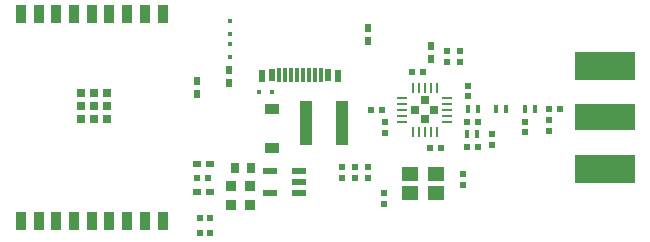
<source format=gtp>
G04 #@! TF.GenerationSoftware,KiCad,Pcbnew,7.0.6-7.0.6~ubuntu23.04.1*
G04 #@! TF.CreationDate,2023-07-23T13:36:01+02:00*
G04 #@! TF.ProjectId,CoralWave,436f7261-6c57-4617-9665-2e6b69636164,rev?*
G04 #@! TF.SameCoordinates,Original*
G04 #@! TF.FileFunction,Paste,Top*
G04 #@! TF.FilePolarity,Positive*
%FSLAX46Y46*%
G04 Gerber Fmt 4.6, Leading zero omitted, Abs format (unit mm)*
G04 Created by KiCad (PCBNEW 7.0.6-7.0.6~ubuntu23.04.1) date 2023-07-23 13:36:01*
%MOMM*%
%LPD*%
G01*
G04 APERTURE LIST*
%ADD10R,1.100000X3.700000*%
%ADD11R,0.600000X1.030000*%
%ADD12R,0.600000X1.080000*%
%ADD13R,0.300000X1.150000*%
%ADD14R,0.947699X0.254800*%
%ADD15R,0.254800X0.947699*%
%ADD16R,0.650000X0.720000*%
%ADD17R,0.720000X0.650000*%
%ADD18R,0.900000X1.500000*%
%ADD19R,0.700000X0.700000*%
%ADD20R,5.080000X2.290000*%
%ADD21R,5.080000X2.415000*%
%ADD22R,0.600000X0.750000*%
%ADD23R,1.400000X1.200000*%
%ADD24R,0.600000X0.620000*%
%ADD25R,0.620000X0.600000*%
%ADD26R,0.900000X0.950000*%
%ADD27R,0.750000X0.600000*%
%ADD28R,0.750000X0.940000*%
%ADD29R,0.350000X0.650000*%
%ADD30R,1.219200X0.914400*%
%ADD31R,0.430000X0.320000*%
%ADD32R,0.320000X0.430000*%
%ADD33R,0.600000X0.700000*%
%ADD34R,1.200000X0.600000*%
G04 APERTURE END LIST*
D10*
X123790000Y-59520000D03*
X126790000Y-59520000D03*
D11*
X126470000Y-55515000D03*
D12*
X125670000Y-55490000D03*
D13*
X124520000Y-55455000D03*
X123520000Y-55455000D03*
X123020000Y-55455000D03*
X122020000Y-55455000D03*
D11*
X120070000Y-55515000D03*
D12*
X120870000Y-55490000D03*
D13*
X121520000Y-55455000D03*
X122520000Y-55455000D03*
X124020000Y-55455000D03*
X125020000Y-55455000D03*
D14*
X131936350Y-57419999D03*
X131936350Y-57920001D03*
X131936350Y-58420000D03*
X131936350Y-58919999D03*
X131936350Y-59420001D03*
D15*
X132832599Y-60316250D03*
X133332601Y-60316250D03*
X133832600Y-60316250D03*
X134332599Y-60316250D03*
X134832601Y-60316250D03*
D14*
X135728850Y-59420001D03*
X135728850Y-58919999D03*
X135728850Y-58420000D03*
X135728850Y-57920001D03*
X135728850Y-57419999D03*
D15*
X134832601Y-56523750D03*
X134332599Y-56523750D03*
X133832600Y-56523750D03*
X133332601Y-56523750D03*
X132832599Y-56523750D03*
D16*
X133027600Y-58420000D03*
D17*
X133832600Y-57615000D03*
X133832600Y-59225000D03*
D16*
X134637600Y-58420000D03*
D18*
X99630000Y-67800000D03*
X101130000Y-67800000D03*
X102630000Y-67800000D03*
X104130000Y-67800000D03*
X105630000Y-67800000D03*
X107130000Y-67800000D03*
X108630000Y-67800000D03*
X110130000Y-67800000D03*
X111630000Y-67800000D03*
X111630000Y-50300000D03*
X110130000Y-50300000D03*
X108630000Y-50300000D03*
X107130000Y-50300000D03*
X105630000Y-50300000D03*
X104130000Y-50300000D03*
X102630000Y-50300000D03*
X101130000Y-50300000D03*
X99630000Y-50300000D03*
D19*
X105830000Y-58090000D03*
X105830000Y-56990000D03*
X104730000Y-56990000D03*
X104730000Y-58090000D03*
X104730000Y-59190000D03*
X105830000Y-59190000D03*
X106930000Y-59190000D03*
X106930000Y-58090000D03*
X106930000Y-56990000D03*
D20*
X149100000Y-59050000D03*
D21*
X149100000Y-54667500D03*
X149100000Y-63432500D03*
D22*
X114570000Y-56000000D03*
X114570000Y-57100000D03*
D23*
X132600000Y-65460000D03*
X134800000Y-65460000D03*
X134800000Y-63860000D03*
X132600000Y-63860000D03*
D24*
X115690000Y-67600000D03*
X114770000Y-67600000D03*
D25*
X130340000Y-65460000D03*
X130340000Y-66380000D03*
D24*
X144390000Y-58340000D03*
X145310000Y-58340000D03*
D26*
X117400000Y-64830000D03*
X119000000Y-64830000D03*
D25*
X129010000Y-64140000D03*
X129010000Y-63220000D03*
X139530000Y-61380000D03*
X139530000Y-60460000D03*
X135730000Y-53430000D03*
X135730000Y-54350000D03*
D27*
X114530000Y-63000000D03*
X115630000Y-63000000D03*
D28*
X119150000Y-63340000D03*
X117750000Y-63340000D03*
D26*
X119000000Y-66440000D03*
X117400000Y-66440000D03*
D25*
X130500000Y-59420000D03*
X130500000Y-60340000D03*
D29*
X142285000Y-58340000D03*
X143135000Y-58340000D03*
D25*
X127910000Y-64140000D03*
X127910000Y-63220000D03*
D30*
X120860000Y-61638300D03*
X120860000Y-58361700D03*
D27*
X114530000Y-65400000D03*
X115630000Y-65400000D03*
D25*
X137090000Y-63860000D03*
X137090000Y-64780000D03*
D24*
X132730000Y-55220000D03*
X133650000Y-55220000D03*
D31*
X120870000Y-56860000D03*
X119770000Y-56860000D03*
D32*
X117330000Y-50930000D03*
X117330000Y-52030000D03*
D24*
X114770000Y-68800000D03*
X115690000Y-68800000D03*
D33*
X134350000Y-52990000D03*
X134350000Y-54090000D03*
D22*
X117280000Y-55060000D03*
X117280000Y-56160000D03*
D32*
X117340000Y-53970000D03*
X117340000Y-52870000D03*
D29*
X138265000Y-60460000D03*
X137415000Y-60460000D03*
D24*
X129270000Y-58440000D03*
X130190000Y-58440000D03*
D25*
X126810000Y-64140000D03*
X126810000Y-63220000D03*
D24*
X137420000Y-59400000D03*
X138340000Y-59400000D03*
X137380000Y-61530000D03*
X138300000Y-61530000D03*
D22*
X129040000Y-52550000D03*
X129040000Y-51450000D03*
D25*
X137490000Y-56360000D03*
X137490000Y-57280000D03*
X142280000Y-60320000D03*
X142280000Y-59400000D03*
D24*
X114520000Y-64200000D03*
X115440000Y-64200000D03*
D25*
X144390000Y-60220000D03*
X144390000Y-59300000D03*
D24*
X135220000Y-61670000D03*
X134300000Y-61670000D03*
D29*
X137485000Y-58340000D03*
X138335000Y-58340000D03*
X139885000Y-58340000D03*
X140735000Y-58340000D03*
D34*
X123200000Y-65460000D03*
X123200000Y-64510000D03*
X123200000Y-63560000D03*
X120700000Y-63560000D03*
X120700000Y-65460000D03*
D25*
X136830000Y-53430000D03*
X136830000Y-54350000D03*
M02*

</source>
